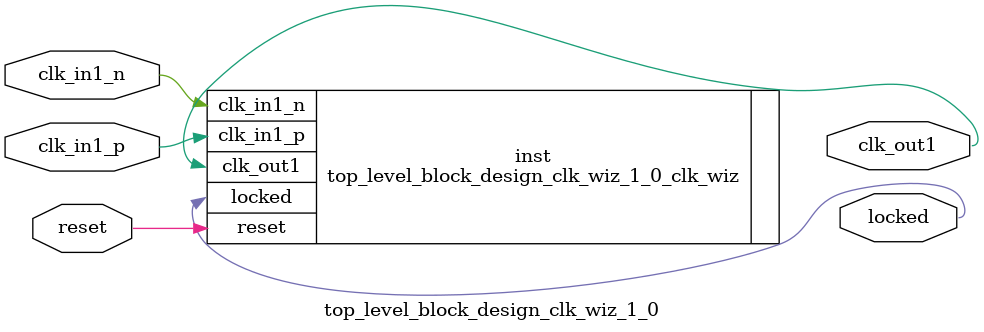
<source format=v>


`timescale 1ps/1ps

(* CORE_GENERATION_INFO = "top_level_block_design_clk_wiz_1_0,clk_wiz_v6_0_5_0_0,{component_name=top_level_block_design_clk_wiz_1_0,use_phase_alignment=false,use_min_o_jitter=false,use_max_i_jitter=false,use_dyn_phase_shift=false,use_inclk_switchover=false,use_dyn_reconfig=false,enable_axi=0,feedback_source=FDBK_AUTO,PRIMITIVE=MMCM,num_out_clk=1,clkin1_period=3.333,clkin2_period=10.0,use_power_down=false,use_reset=true,use_locked=true,use_inclk_stopped=false,feedback_type=SINGLE,CLOCK_MGR_TYPE=NA,manual_override=false}" *)

module top_level_block_design_clk_wiz_1_0 
 (
  // Clock out ports
  output        clk_out1,
  // Status and control signals
  input         reset,
  output        locked,
 // Clock in ports
  input         clk_in1_p,
  input         clk_in1_n
 );

  top_level_block_design_clk_wiz_1_0_clk_wiz inst
  (
  // Clock out ports  
  .clk_out1(clk_out1),
  // Status and control signals               
  .reset(reset), 
  .locked(locked),
 // Clock in ports
  .clk_in1_p(clk_in1_p),
  .clk_in1_n(clk_in1_n)
  );

endmodule

</source>
